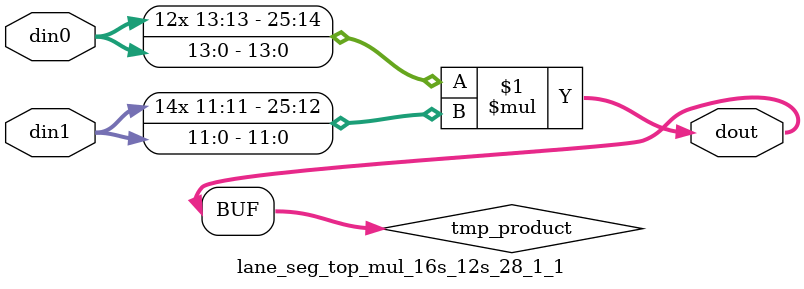
<source format=v>

`timescale 1 ns / 1 ps

  module lane_seg_top_mul_16s_12s_28_1_1(din0, din1, dout);
parameter ID = 1;
parameter NUM_STAGE = 0;
parameter din0_WIDTH = 14;
parameter din1_WIDTH = 12;
parameter dout_WIDTH = 26;

input [din0_WIDTH - 1 : 0] din0; 
input [din1_WIDTH - 1 : 0] din1; 
output [dout_WIDTH - 1 : 0] dout;

wire signed [dout_WIDTH - 1 : 0] tmp_product;













assign tmp_product = $signed(din0) * $signed(din1);








assign dout = tmp_product;







endmodule

</source>
